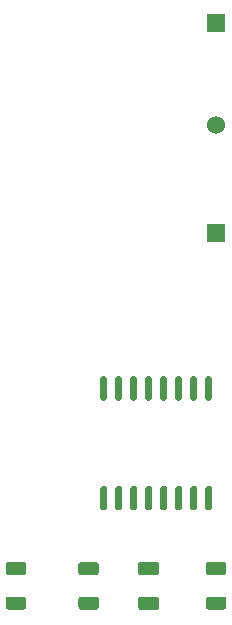
<source format=gbr>
%TF.GenerationSoftware,KiCad,Pcbnew,(5.1.10)-1*%
%TF.CreationDate,2021-09-08T13:12:46-04:00*%
%TF.ProjectId,Water_sensor,57617465-725f-4736-956e-736f722e6b69,rev?*%
%TF.SameCoordinates,Original*%
%TF.FileFunction,Paste,Top*%
%TF.FilePolarity,Positive*%
%FSLAX46Y46*%
G04 Gerber Fmt 4.6, Leading zero omitted, Abs format (unit mm)*
G04 Created by KiCad (PCBNEW (5.1.10)-1) date 2021-09-08 13:12:46*
%MOMM*%
%LPD*%
G01*
G04 APERTURE LIST*
%ADD10R,1.524000X1.524000*%
%ADD11C,1.524000*%
G04 APERTURE END LIST*
%TO.C,10K1*%
G36*
G01*
X147945001Y-141975000D02*
X146694999Y-141975000D01*
G75*
G02*
X146445000Y-141725001I0J249999D01*
G01*
X146445000Y-141099999D01*
G75*
G02*
X146694999Y-140850000I249999J0D01*
G01*
X147945001Y-140850000D01*
G75*
G02*
X148195000Y-141099999I0J-249999D01*
G01*
X148195000Y-141725001D01*
G75*
G02*
X147945001Y-141975000I-249999J0D01*
G01*
G37*
G36*
G01*
X147945001Y-144900000D02*
X146694999Y-144900000D01*
G75*
G02*
X146445000Y-144650001I0J249999D01*
G01*
X146445000Y-144024999D01*
G75*
G02*
X146694999Y-143775000I249999J0D01*
G01*
X147945001Y-143775000D01*
G75*
G02*
X148195000Y-144024999I0J-249999D01*
G01*
X148195000Y-144650001D01*
G75*
G02*
X147945001Y-144900000I-249999J0D01*
G01*
G37*
%TD*%
%TO.C,4.7k1*%
G36*
G01*
X137150001Y-144900000D02*
X135899999Y-144900000D01*
G75*
G02*
X135650000Y-144650001I0J249999D01*
G01*
X135650000Y-144024999D01*
G75*
G02*
X135899999Y-143775000I249999J0D01*
G01*
X137150001Y-143775000D01*
G75*
G02*
X137400000Y-144024999I0J-249999D01*
G01*
X137400000Y-144650001D01*
G75*
G02*
X137150001Y-144900000I-249999J0D01*
G01*
G37*
G36*
G01*
X137150001Y-141975000D02*
X135899999Y-141975000D01*
G75*
G02*
X135650000Y-141725001I0J249999D01*
G01*
X135650000Y-141099999D01*
G75*
G02*
X135899999Y-140850000I249999J0D01*
G01*
X137150001Y-140850000D01*
G75*
G02*
X137400000Y-141099999I0J-249999D01*
G01*
X137400000Y-141725001D01*
G75*
G02*
X137150001Y-141975000I-249999J0D01*
G01*
G37*
%TD*%
%TO.C,C1*%
G36*
G01*
X142255001Y-144925000D02*
X140954999Y-144925000D01*
G75*
G02*
X140705000Y-144675001I0J249999D01*
G01*
X140705000Y-144024999D01*
G75*
G02*
X140954999Y-143775000I249999J0D01*
G01*
X142255001Y-143775000D01*
G75*
G02*
X142505000Y-144024999I0J-249999D01*
G01*
X142505000Y-144675001D01*
G75*
G02*
X142255001Y-144925000I-249999J0D01*
G01*
G37*
G36*
G01*
X142255001Y-141975000D02*
X140954999Y-141975000D01*
G75*
G02*
X140705000Y-141725001I0J249999D01*
G01*
X140705000Y-141074999D01*
G75*
G02*
X140954999Y-140825000I249999J0D01*
G01*
X142255001Y-140825000D01*
G75*
G02*
X142505000Y-141074999I0J-249999D01*
G01*
X142505000Y-141725001D01*
G75*
G02*
X142255001Y-141975000I-249999J0D01*
G01*
G37*
%TD*%
%TO.C,R4*%
G36*
G01*
X130992501Y-144900000D02*
X129742499Y-144900000D01*
G75*
G02*
X129492500Y-144650001I0J249999D01*
G01*
X129492500Y-144024999D01*
G75*
G02*
X129742499Y-143775000I249999J0D01*
G01*
X130992501Y-143775000D01*
G75*
G02*
X131242500Y-144024999I0J-249999D01*
G01*
X131242500Y-144650001D01*
G75*
G02*
X130992501Y-144900000I-249999J0D01*
G01*
G37*
G36*
G01*
X130992501Y-141975000D02*
X129742499Y-141975000D01*
G75*
G02*
X129492500Y-141725001I0J249999D01*
G01*
X129492500Y-141099999D01*
G75*
G02*
X129742499Y-140850000I249999J0D01*
G01*
X130992501Y-140850000D01*
G75*
G02*
X131242500Y-141099999I0J-249999D01*
G01*
X131242500Y-141725001D01*
G75*
G02*
X130992501Y-141975000I-249999J0D01*
G01*
G37*
%TD*%
%TO.C,U1*%
G36*
G01*
X137945000Y-136485000D02*
X137645000Y-136485000D01*
G75*
G02*
X137495000Y-136335000I0J150000D01*
G01*
X137495000Y-134585000D01*
G75*
G02*
X137645000Y-134435000I150000J0D01*
G01*
X137945000Y-134435000D01*
G75*
G02*
X138095000Y-134585000I0J-150000D01*
G01*
X138095000Y-136335000D01*
G75*
G02*
X137945000Y-136485000I-150000J0D01*
G01*
G37*
G36*
G01*
X139215000Y-136485000D02*
X138915000Y-136485000D01*
G75*
G02*
X138765000Y-136335000I0J150000D01*
G01*
X138765000Y-134585000D01*
G75*
G02*
X138915000Y-134435000I150000J0D01*
G01*
X139215000Y-134435000D01*
G75*
G02*
X139365000Y-134585000I0J-150000D01*
G01*
X139365000Y-136335000D01*
G75*
G02*
X139215000Y-136485000I-150000J0D01*
G01*
G37*
G36*
G01*
X140485000Y-136485000D02*
X140185000Y-136485000D01*
G75*
G02*
X140035000Y-136335000I0J150000D01*
G01*
X140035000Y-134585000D01*
G75*
G02*
X140185000Y-134435000I150000J0D01*
G01*
X140485000Y-134435000D01*
G75*
G02*
X140635000Y-134585000I0J-150000D01*
G01*
X140635000Y-136335000D01*
G75*
G02*
X140485000Y-136485000I-150000J0D01*
G01*
G37*
G36*
G01*
X141755000Y-136485000D02*
X141455000Y-136485000D01*
G75*
G02*
X141305000Y-136335000I0J150000D01*
G01*
X141305000Y-134585000D01*
G75*
G02*
X141455000Y-134435000I150000J0D01*
G01*
X141755000Y-134435000D01*
G75*
G02*
X141905000Y-134585000I0J-150000D01*
G01*
X141905000Y-136335000D01*
G75*
G02*
X141755000Y-136485000I-150000J0D01*
G01*
G37*
G36*
G01*
X143025000Y-136485000D02*
X142725000Y-136485000D01*
G75*
G02*
X142575000Y-136335000I0J150000D01*
G01*
X142575000Y-134585000D01*
G75*
G02*
X142725000Y-134435000I150000J0D01*
G01*
X143025000Y-134435000D01*
G75*
G02*
X143175000Y-134585000I0J-150000D01*
G01*
X143175000Y-136335000D01*
G75*
G02*
X143025000Y-136485000I-150000J0D01*
G01*
G37*
G36*
G01*
X144295000Y-136485000D02*
X143995000Y-136485000D01*
G75*
G02*
X143845000Y-136335000I0J150000D01*
G01*
X143845000Y-134585000D01*
G75*
G02*
X143995000Y-134435000I150000J0D01*
G01*
X144295000Y-134435000D01*
G75*
G02*
X144445000Y-134585000I0J-150000D01*
G01*
X144445000Y-136335000D01*
G75*
G02*
X144295000Y-136485000I-150000J0D01*
G01*
G37*
G36*
G01*
X145565000Y-136485000D02*
X145265000Y-136485000D01*
G75*
G02*
X145115000Y-136335000I0J150000D01*
G01*
X145115000Y-134585000D01*
G75*
G02*
X145265000Y-134435000I150000J0D01*
G01*
X145565000Y-134435000D01*
G75*
G02*
X145715000Y-134585000I0J-150000D01*
G01*
X145715000Y-136335000D01*
G75*
G02*
X145565000Y-136485000I-150000J0D01*
G01*
G37*
G36*
G01*
X146835000Y-136485000D02*
X146535000Y-136485000D01*
G75*
G02*
X146385000Y-136335000I0J150000D01*
G01*
X146385000Y-134585000D01*
G75*
G02*
X146535000Y-134435000I150000J0D01*
G01*
X146835000Y-134435000D01*
G75*
G02*
X146985000Y-134585000I0J-150000D01*
G01*
X146985000Y-136335000D01*
G75*
G02*
X146835000Y-136485000I-150000J0D01*
G01*
G37*
G36*
G01*
X146835000Y-127185000D02*
X146535000Y-127185000D01*
G75*
G02*
X146385000Y-127035000I0J150000D01*
G01*
X146385000Y-125285000D01*
G75*
G02*
X146535000Y-125135000I150000J0D01*
G01*
X146835000Y-125135000D01*
G75*
G02*
X146985000Y-125285000I0J-150000D01*
G01*
X146985000Y-127035000D01*
G75*
G02*
X146835000Y-127185000I-150000J0D01*
G01*
G37*
G36*
G01*
X145565000Y-127185000D02*
X145265000Y-127185000D01*
G75*
G02*
X145115000Y-127035000I0J150000D01*
G01*
X145115000Y-125285000D01*
G75*
G02*
X145265000Y-125135000I150000J0D01*
G01*
X145565000Y-125135000D01*
G75*
G02*
X145715000Y-125285000I0J-150000D01*
G01*
X145715000Y-127035000D01*
G75*
G02*
X145565000Y-127185000I-150000J0D01*
G01*
G37*
G36*
G01*
X144295000Y-127185000D02*
X143995000Y-127185000D01*
G75*
G02*
X143845000Y-127035000I0J150000D01*
G01*
X143845000Y-125285000D01*
G75*
G02*
X143995000Y-125135000I150000J0D01*
G01*
X144295000Y-125135000D01*
G75*
G02*
X144445000Y-125285000I0J-150000D01*
G01*
X144445000Y-127035000D01*
G75*
G02*
X144295000Y-127185000I-150000J0D01*
G01*
G37*
G36*
G01*
X143025000Y-127185000D02*
X142725000Y-127185000D01*
G75*
G02*
X142575000Y-127035000I0J150000D01*
G01*
X142575000Y-125285000D01*
G75*
G02*
X142725000Y-125135000I150000J0D01*
G01*
X143025000Y-125135000D01*
G75*
G02*
X143175000Y-125285000I0J-150000D01*
G01*
X143175000Y-127035000D01*
G75*
G02*
X143025000Y-127185000I-150000J0D01*
G01*
G37*
G36*
G01*
X141755000Y-127185000D02*
X141455000Y-127185000D01*
G75*
G02*
X141305000Y-127035000I0J150000D01*
G01*
X141305000Y-125285000D01*
G75*
G02*
X141455000Y-125135000I150000J0D01*
G01*
X141755000Y-125135000D01*
G75*
G02*
X141905000Y-125285000I0J-150000D01*
G01*
X141905000Y-127035000D01*
G75*
G02*
X141755000Y-127185000I-150000J0D01*
G01*
G37*
G36*
G01*
X140485000Y-127185000D02*
X140185000Y-127185000D01*
G75*
G02*
X140035000Y-127035000I0J150000D01*
G01*
X140035000Y-125285000D01*
G75*
G02*
X140185000Y-125135000I150000J0D01*
G01*
X140485000Y-125135000D01*
G75*
G02*
X140635000Y-125285000I0J-150000D01*
G01*
X140635000Y-127035000D01*
G75*
G02*
X140485000Y-127185000I-150000J0D01*
G01*
G37*
G36*
G01*
X139215000Y-127185000D02*
X138915000Y-127185000D01*
G75*
G02*
X138765000Y-127035000I0J150000D01*
G01*
X138765000Y-125285000D01*
G75*
G02*
X138915000Y-125135000I150000J0D01*
G01*
X139215000Y-125135000D01*
G75*
G02*
X139365000Y-125285000I0J-150000D01*
G01*
X139365000Y-127035000D01*
G75*
G02*
X139215000Y-127185000I-150000J0D01*
G01*
G37*
G36*
G01*
X137945000Y-127185000D02*
X137645000Y-127185000D01*
G75*
G02*
X137495000Y-127035000I0J150000D01*
G01*
X137495000Y-125285000D01*
G75*
G02*
X137645000Y-125135000I150000J0D01*
G01*
X137945000Y-125135000D01*
G75*
G02*
X138095000Y-125285000I0J-150000D01*
G01*
X138095000Y-127035000D01*
G75*
G02*
X137945000Y-127185000I-150000J0D01*
G01*
G37*
%TD*%
D10*
%TO.C,U7*%
X147320000Y-95250000D03*
X147320000Y-113030000D03*
D11*
X147320000Y-103886000D03*
%TD*%
M02*

</source>
